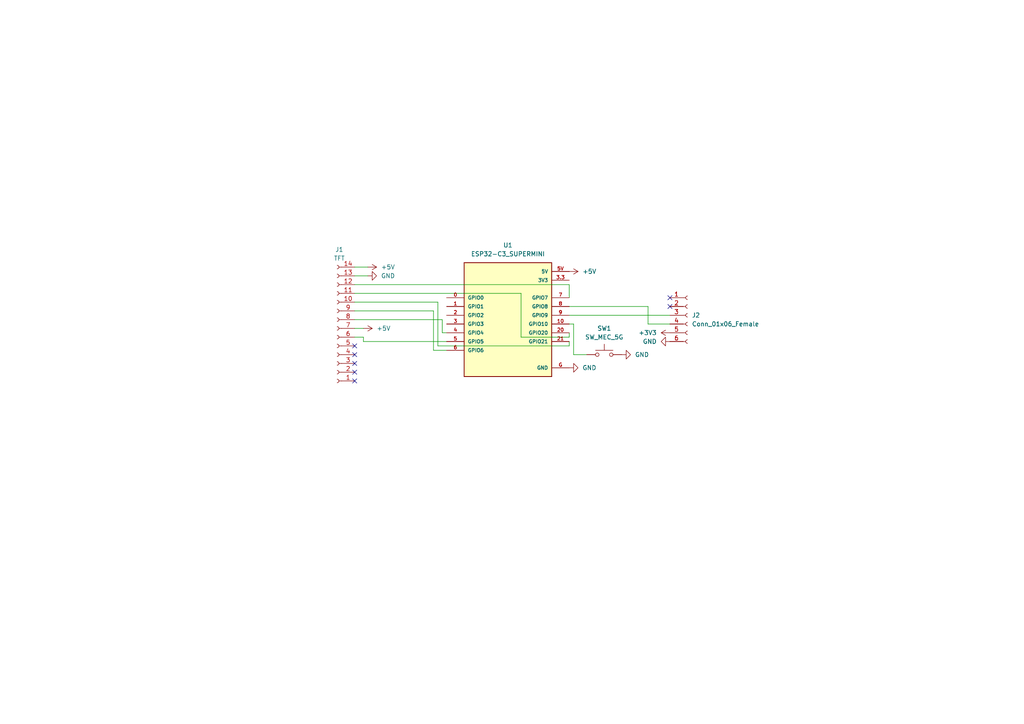
<source format=kicad_sch>
(kicad_sch (version 20211123) (generator eeschema)
  (paper "A4")
  (lib_symbols
    (symbol "Connector:Conn_01x06_Female" (pin_names (offset 1.016) hide)
      (property "Reference" "J" (at 0 7.62 0))
      (property "Value" "Conn_01x06_Female" (at 0 -10.16 0))
      (symbol "Conn_01x06_Female_1_1"
        (arc (start 0 -7.112) (mid -0.508 -7.62) (end 0 -8.128) (stroke (width 0.1524)))
        (arc (start 0 -4.572) (mid -0.508 -5.08) (end 0 -5.588) (stroke (width 0.1524)))
        (arc (start 0 -2.032) (mid -0.508 -2.54) (end 0 -3.048) (stroke (width 0.1524)))
        (polyline (pts (xy -1.27 -7.62) (xy -0.508 -7.62)) (stroke (width 0.1524)))
        (polyline (pts (xy -1.27 -5.08) (xy -0.508 -5.08)) (stroke (width 0.1524)))
        (polyline (pts (xy -1.27 -2.54) (xy -0.508 -2.54)) (stroke (width 0.1524)))
        (polyline (pts (xy -1.27 0) (xy -0.508 0)) (stroke (width 0.1524)))
        (polyline (pts (xy -1.27 2.54) (xy -0.508 2.54)) (stroke (width 0.1524)))
        (polyline (pts (xy -1.27 5.08) (xy -0.508 5.08)) (stroke (width 0.1524)))
        (arc (start 0 0.508) (mid -0.508 0) (end 0 -0.508) (stroke (width 0.1524)))
        (arc (start 0 3.048) (mid -0.508 2.54) (end 0 2.032) (stroke (width 0.1524)))
        (arc (start 0 5.588) (mid -0.508 5.08) (end 0 4.572) (stroke (width 0.1524)))
        (pin passive line (at -5.08 5.08 0) (length 3.81) (name "Pin_1") (number "1"))
        (pin passive line (at -5.08 2.54 0) (length 3.81) (name "Pin_2") (number "2"))
        (pin passive line (at -5.08 0 0) (length 3.81) (name "Pin_3") (number "3"))
        (pin passive line (at -5.08 -2.54 0) (length 3.81) (name "Pin_4") (number "4"))
        (pin passive line (at -5.08 -5.08 0) (length 3.81) (name "Pin_5") (number "5"))
        (pin passive line (at -5.08 -7.62 0) (length 3.81) (name "Pin_6") (number "6"))
      )
    )
    (symbol "Connector:Conn_01x14_Female" (pin_names (offset 1.016) hide)
      (property "Reference" "J" (at 0 17.78 0))
      (property "Value" "Conn_01x14_Female" (at 0 -20.32 0))
      (symbol "Conn_01x14_Female_1_1"
        (arc (start 0 -17.272) (mid -0.508 -17.78) (end 0 -18.288) (stroke (width 0.1524)))
        (arc (start 0 -14.732) (mid -0.508 -15.24) (end 0 -15.748) (stroke (width 0.1524)))
        (arc (start 0 -12.192) (mid -0.508 -12.7) (end 0 -13.208) (stroke (width 0.1524)))
        (arc (start 0 -9.652) (mid -0.508 -10.16) (end 0 -10.668) (stroke (width 0.1524)))
        (arc (start 0 -7.112) (mid -0.508 -7.62) (end 0 -8.128) (stroke (width 0.1524)))
        (arc (start 0 -4.572) (mid -0.508 -5.08) (end 0 -5.588) (stroke (width 0.1524)))
        (arc (start 0 -2.032) (mid -0.508 -2.54) (end 0 -3.048) (stroke (width 0.1524)))
        (polyline (pts (xy -1.27 -17.78) (xy -0.508 -17.78)) (stroke (width 0.1524)))
        (polyline (pts (xy -1.27 -15.24) (xy -0.508 -15.24)) (stroke (width 0.1524)))
        (polyline (pts (xy -1.27 -12.7) (xy -0.508 -12.7)) (stroke (width 0.1524)))
        (polyline (pts (xy -1.27 -10.16) (xy -0.508 -10.16)) (stroke (width 0.1524)))
        (polyline (pts (xy -1.27 -7.62) (xy -0.508 -7.62)) (stroke (width 0.1524)))
        (polyline (pts (xy -1.27 -5.08) (xy -0.508 -5.08)) (stroke (width 0.1524)))
        (polyline (pts (xy -1.27 -2.54) (xy -0.508 -2.54)) (stroke (width 0.1524)))
        (polyline (pts (xy -1.27 0) (xy -0.508 0)) (stroke (width 0.1524)))
        (polyline (pts (xy -1.27 2.54) (xy -0.508 2.54)) (stroke (width 0.1524)))
        (polyline (pts (xy -1.27 5.08) (xy -0.508 5.08)) (stroke (width 0.1524)))
        (polyline (pts (xy -1.27 7.62) (xy -0.508 7.62)) (stroke (width 0.1524)))
        (polyline (pts (xy -1.27 10.16) (xy -0.508 10.16)) (stroke (width 0.1524)))
        (polyline (pts (xy -1.27 12.7) (xy -0.508 12.7)) (stroke (width 0.1524)))
        (polyline (pts (xy -1.27 15.24) (xy -0.508 15.24)) (stroke (width 0.1524)))
        (arc (start 0 0.508) (mid -0.508 0) (end 0 -0.508) (stroke (width 0.1524)))
        (arc (start 0 3.048) (mid -0.508 2.54) (end 0 2.032) (stroke (width 0.1524)))
        (arc (start 0 5.588) (mid -0.508 5.08) (end 0 4.572) (stroke (width 0.1524)))
        (arc (start 0 8.128) (mid -0.508 7.62) (end 0 7.112) (stroke (width 0.1524)))
        (arc (start 0 10.668) (mid -0.508 10.16) (end 0 9.652) (stroke (width 0.1524)))
        (arc (start 0 13.208) (mid -0.508 12.7) (end 0 12.192) (stroke (width 0.1524)))
        (arc (start 0 15.748) (mid -0.508 15.24) (end 0 14.732) (stroke (width 0.1524)))
        (pin passive line (at -5.08 15.24 0) (length 3.81) (name "Pin_1") (number "1"))
        (pin passive line (at -5.08 -7.62 0) (length 3.81) (name "Pin_10") (number "10"))
        (pin passive line (at -5.08 -10.16 0) (length 3.81) (name "Pin_11") (number "11"))
        (pin passive line (at -5.08 -12.7 0) (length 3.81) (name "Pin_12") (number "12"))
        (pin passive line (at -5.08 -15.24 0) (length 3.81) (name "Pin_13") (number "13"))
        (pin passive line (at -5.08 -17.78 0) (length 3.81) (name "Pin_14") (number "14"))
        (pin passive line (at -5.08 12.7 0) (length 3.81) (name "Pin_2") (number "2"))
        (pin passive line (at -5.08 10.16 0) (length 3.81) (name "Pin_3") (number "3"))
        (pin passive line (at -5.08 7.62 0) (length 3.81) (name "Pin_4") (number "4"))
        (pin passive line (at -5.08 5.08 0) (length 3.81) (name "Pin_5") (number "5"))
        (pin passive line (at -5.08 2.54 0) (length 3.81) (name "Pin_6") (number "6"))
        (pin passive line (at -5.08 0 0) (length 3.81) (name "Pin_7") (number "7"))
        (pin passive line (at -5.08 -2.54 0) (length 3.81) (name "Pin_8") (number "8"))
        (pin passive line (at -5.08 -5.08 0) (length 3.81) (name "Pin_9") (number "9"))
      )
    )
    (symbol "ESP32-C3_SUPERMINI:ESP32-C3_SUPERMINI" (pin_names (offset 1.016))
      (property "Reference" "U" (at -12.7 16.002 0))
      (property "Value" "ESP32-C3_SUPERMINI" (at -12.7 -20.32 0))
      (symbol "ESP32-C3_SUPERMINI_0_0"
        (rectangle (start -12.7 -17.78) (end 12.7 15.24) (stroke (width 0.254)) (fill (type background)))
        (pin bidirectional line (at -17.78 5.08 0) (length 5.08) (name "GPIO0") (number "0"))
        (pin bidirectional line (at -17.78 2.54 0) (length 5.08) (name "GPIO1") (number "1"))
        (pin bidirectional line (at 17.78 -2.54 180) (length 5.08) (name "GPIO10") (number "10"))
        (pin bidirectional line (at -17.78 0 0) (length 5.08) (name "GPIO2") (number "2"))
        (pin bidirectional line (at 17.78 -5.08 180) (length 5.08) (name "GPIO20") (number "20"))
        (pin bidirectional line (at 17.78 -7.62 180) (length 5.08) (name "GPIO21") (number "21"))
        (pin bidirectional line (at -17.78 -2.54 0) (length 5.08) (name "GPIO3") (number "3"))
        (pin power_in line (at 17.78 10.16 180) (length 5.08) (name "3V3") (number "3.3"))
        (pin bidirectional line (at -17.78 -5.08 0) (length 5.08) (name "GPIO4") (number "4"))
        (pin bidirectional line (at -17.78 -7.62 0) (length 5.08) (name "GPIO5") (number "5"))
        (pin power_in line (at 17.78 12.7 180) (length 5.08) (name "5V") (number "5V"))
        (pin bidirectional line (at -17.78 -10.16 0) (length 5.08) (name "GPIO6") (number "6"))
        (pin bidirectional line (at 17.78 5.08 180) (length 5.08) (name "GPIO7") (number "7"))
        (pin bidirectional line (at 17.78 2.54 180) (length 5.08) (name "GPIO8") (number "8"))
        (pin bidirectional line (at 17.78 0 180) (length 5.08) (name "GPIO9") (number "9"))
        (pin power_in line (at 17.78 -15.24 180) (length 5.08) (name "GND") (number "G"))
      )
    )
    (symbol "Switch:SW_MEC_5G" (pin_numbers hide) (pin_names (offset 1.016) hide)
      (property "Reference" "SW" (at 1.27 2.54 0))
      (property "Value" "SW_MEC_5G" (at 0 -1.524 0))
      (symbol "SW_MEC_5G_0_1"
        (circle (center -2.032 0) (radius 0.508))
        (polyline (pts (xy 0 1.27) (xy 0 3.048)))
        (polyline (pts (xy 2.54 1.27) (xy -2.54 1.27)))
        (circle (center 2.032 0) (radius 0.508))
        (pin passive line (at -5.08 0 0) (length 2.54) (name "A") (number "1"))
        (pin passive line (at 5.08 0 180) (length 2.54) (name "B") (number "3"))
      )
      (symbol "SW_MEC_5G_1_1"
        (pin passive line (at -5.08 0 0) (length 2.54) hide (name "A") (number "2"))
        (pin passive line (at 5.08 0 180) (length 2.54) hide (name "B") (number "4"))
      )
    )
    (symbol "power:+3.3V" (power) (pin_names (offset 0))
      (property "Value" "+3.3V" (at 0 3.556 0))
      (symbol "+3.3V_0_1"
        (polyline (pts (xy -0.762 1.27) (xy 0 2.54)))
        (polyline (pts (xy 0 0) (xy 0 2.54)))
        (polyline (pts (xy 0 2.54) (xy 0.762 1.27)))
      )
      (symbol "+3.3V_1_1"
        (pin power_in line (at 0 0 90) (length 0) hide (name "+3V3") (number "1"))
      )
    )
    (symbol "power:+5V" (power) (pin_names (offset 0))
      (property "Value" "+5V" (at 0 3.556 0))
      (symbol "+5V_0_1"
        (polyline (pts (xy -0.762 1.27) (xy 0 2.54)))
        (polyline (pts (xy 0 0) (xy 0 2.54)))
        (polyline (pts (xy 0 2.54) (xy 0.762 1.27)))
      )
      (symbol "+5V_1_1"
        (pin power_in line (at 0 0 90) (length 0) hide (name "+5V") (number "1"))
      )
    )
    (symbol "power:GND" (power) (pin_names (offset 0))
      (property "Value" "GND" (at 0 -3.81 0))
      (symbol "GND_0_1"
        (polyline (pts (xy 0 0) (xy 0 -1.27) (xy 1.27 -1.27) (xy 0 -2.54) (xy -1.27 -1.27) (xy 0 -1.27)))
      )
      (symbol "GND_1_1"
        (pin power_in line (at 0 0 270) (length 0) hide (name "GND") (number "1"))
      )
    )
  )
  (no_connect (at 194.31 86.36))
  (no_connect (at 194.31 88.9))
  (no_connect (at 102.87 107.95))
  (no_connect (at 102.87 100.33))
  (no_connect (at 102.87 105.41))
  (no_connect (at 102.87 102.87))
  (no_connect (at 102.87 110.49))
  (wire (pts (xy 166.37 102.87) (xy 166.37 93.98)))
  (wire (pts (xy 102.87 97.79) (xy 105.41 97.79)))
  (wire (pts (xy 165.1 100.33) (xy 165.1 99.06)))
  (wire (pts (xy 102.87 85.09) (xy 151.13 85.09)))
  (wire (pts (xy 125.73 101.6) (xy 129.54 101.6)))
  (wire (pts (xy 102.87 80.01) (xy 106.68 80.01)))
  (wire (pts (xy 165.1 91.44) (xy 194.31 91.44)))
  (wire (pts (xy 102.87 87.63) (xy 127 87.63)))
  (wire (pts (xy 166.37 93.98) (xy 165.1 93.98)))
  (wire (pts (xy 102.87 82.55) (xy 165.1 82.55)))
  (wire (pts (xy 102.87 90.17) (xy 125.73 90.17)))
  (wire (pts (xy 102.87 77.47) (xy 106.68 77.47)))
  (wire (pts (xy 125.73 90.17) (xy 125.73 101.6)))
  (wire (pts (xy 127 87.63) (xy 127 100.33)))
  (wire (pts (xy 165.1 82.55) (xy 165.1 86.36)))
  (wire (pts (xy 194.31 93.98) (xy 187.96 93.98)))
  (wire (pts (xy 151.13 97.79) (xy 165.1 97.79)))
  (wire (pts (xy 187.96 93.98) (xy 187.96 88.9)))
  (wire (pts (xy 187.96 88.9) (xy 165.1 88.9)))
  (wire (pts (xy 102.87 95.25) (xy 105.41 95.25)))
  (wire (pts (xy 165.1 97.79) (xy 165.1 96.52)))
  (wire (pts (xy 105.41 99.06) (xy 129.54 99.06)))
  (wire (pts (xy 105.41 97.79) (xy 105.41 99.06)))
  (wire (pts (xy 102.87 92.71) (xy 128.27 92.71)))
  (wire (pts (xy 128.27 96.52) (xy 129.54 96.52)))
  (wire (pts (xy 170.18 102.87) (xy 166.37 102.87)))
  (wire (pts (xy 128.27 92.71) (xy 128.27 96.52)))
  (wire (pts (xy 151.13 85.09) (xy 151.13 97.79)))
  (wire (pts (xy 127 100.33) (xy 165.1 100.33)))
  (symbol (lib_id "power:GND") (at 194.31 99.06 270) (unit 1)
    (property "Reference" "#PWR0108" (effects hide))
    (property "Value" "GND" (at 190.5 99.0599 90) (effects (justify right)))
  )
  (symbol (lib_id "power:+5V") (at 105.41 95.25 270) (unit 1)
    (property "Reference" "#PWR0101" (effects hide))
    (property "Value" "+5V" (at 109.22 95.2499 90) (effects (justify left)))
  )
  (symbol (lib_id "power:+5V") (at 165.1 78.74 270) (unit 1)
    (property "Reference" "#PWR0106" (effects hide))
    (property "Value" "+5V" (at 168.91 78.7399 90) (effects (justify left)))
  )
  (symbol (lib_id "power:+5V") (at 106.68 77.47 270) (unit 1)
    (property "Reference" "#PWR0103" (effects hide))
    (property "Value" "+5V" (at 110.49 77.4699 90) (effects (justify left)))
  )
  (symbol (lib_id "power:GND") (at 106.68 80.01 90) (unit 1)
    (property "Reference" "#PWR0102" (effects hide))
    (property "Value" "GND" (at 110.49 80.0099 90) (effects (justify right)))
  )
  (symbol (lib_id "ESP32-C3_SUPERMINI:ESP32-C3_SUPERMINI") (at 147.32 91.44 0) (unit 1)
    (property "Reference" "U1" (at 147.32 71.12 0))
    (property "Value" "ESP32-C3_SUPERMINI" (at 147.32 73.66 0))
    (property "Footprint" "Components:MODULE_ESP32-C3_SUPERMINI" (effects hide))
    (property "MF" "Espressif Systems" (effects hide))
    (property "MAXIMUM_PACKAGE_HEIGHT" "4.2mm" (effects hide))
    (property "Package" "Package" (effects hide))
    (property "Price" "None" (effects hide))
    (property "Check_prices" "https://www.snapeda.com/parts/ESP32-C3%20SuperMini/Espressif+Systems/view-part/?ref=eda" (effects hide))
    (property "STANDARD" "Manufacturer Recommendations" (effects hide))
    (property "SnapEDA_Link" "https://www.snapeda.com/parts/ESP32-C3%20SuperMini/Espressif+Systems/view-part/?ref=snap" (effects hide))
    (property "MP" "ESP32-C3 SuperMini" (effects hide))
    (property "Description" "\nSuper tiny ESP32-C3 board\n" (effects hide))
    (property "Availability" "Not in stock" (effects hide))
    (property "MANUFACTURER" "Espressif" (effects hide))
  )
  (symbol (lib_id "power:GND") (at 165.1 106.68 90) (unit 1)
    (property "Reference" "#PWR0104" (effects hide))
    (property "Value" "GND" (at 168.91 106.6799 90) (effects (justify right)))
  )
  (symbol (lib_id "Switch:SW_MEC_5G") (at 175.26 102.87 0) (unit 1)
    (property "Reference" "SW1" (at 175.26 95.25 0))
    (property "Value" "SW_MEC_5G" (at 175.26 97.79 0))
    (property "Footprint" "Button_Switch_SMD:SW_MEC_5GSH9" (effects hide))
    (property "Datasheet" "http://www.apem.com/int/index.php?controller=attachment&id_attachment=488" (effects hide))
  )
  (symbol (lib_id "Connector:Conn_01x06_Female") (at 199.39 91.44 0) (unit 1)
    (property "Reference" "J2" (at 200.66 91.4399 0) (effects (justify left)))
    (property "Value" "Conn_01x06_Female" (at 200.66 93.9799 0) (effects (justify left)))
    (property "Footprint" "Connector_PinHeader_2.54mm:PinHeader_1x06_P2.54mm_Vertical" (effects hide))
  )
  (symbol (lib_id "power:GND") (at 180.34 102.87 90) (unit 1)
    (property "Reference" "#PWR0105" (effects hide))
    (property "Value" "GND" (at 184.15 102.8699 90) (effects (justify right)))
  )
  (symbol (lib_id "Connector:Conn_01x14_Female") (at 97.79 95.25 180) (unit 1)
    (property "Reference" "J1" (at 98.425 72.39 0))
    (property "Value" "TFT" (at 98.425 74.93 0))
    (property "Footprint" "Connector_PinHeader_2.54mm:PinHeader_1x14_P2.54mm_Vertical" (effects hide))
  )
  (symbol (lib_id "power:+3.3V") (at 194.31 96.52 90) (unit 1)
    (property "Reference" "#PWR0107" (effects hide))
    (property "Value" "+3.3V" (at 190.5 96.5199 90) (effects (justify left)))
  )
)
</source>
